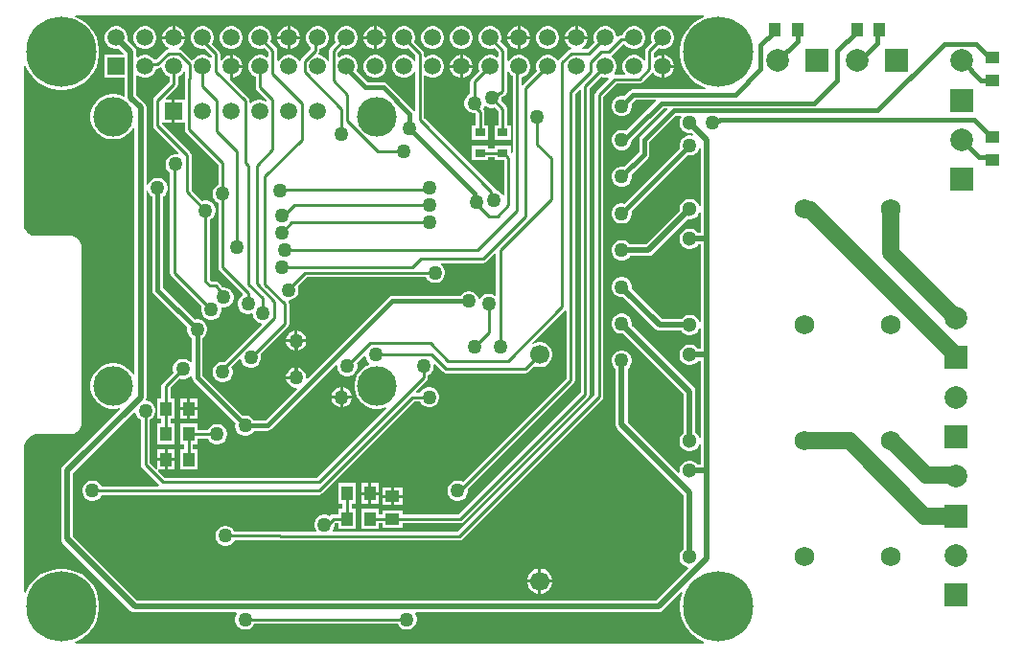
<source format=gbl>
G04*
G04 #@! TF.GenerationSoftware,Altium Limited,Altium Designer,21.7.1 (17)*
G04*
G04 Layer_Physical_Order=2*
G04 Layer_Color=16711680*
%FSLAX25Y25*%
%MOIN*%
G70*
G04*
G04 #@! TF.SameCoordinates,805F3405-D18D-4A14-B230-685FC2141578*
G04*
G04*
G04 #@! TF.FilePolarity,Positive*
G04*
G01*
G75*
%ADD10C,0.01000*%
%ADD18R,0.05118X0.03937*%
%ADD21R,0.03937X0.05118*%
%ADD56C,0.01500*%
%ADD57C,0.06000*%
%ADD58C,0.02000*%
%ADD59C,0.06693*%
%ADD60C,0.05906*%
%ADD61R,0.05906X0.05906*%
%ADD62C,0.13780*%
%ADD63R,0.05906X0.05906*%
%ADD64R,0.07874X0.07874*%
%ADD65C,0.07874*%
%ADD66R,0.07874X0.07874*%
%ADD67C,0.05118*%
%ADD68C,0.06890*%
%ADD69C,0.24410*%
%ADD70C,0.05000*%
%ADD71R,0.03740X0.03150*%
G36*
X237255Y218994D02*
X237057Y218930D01*
X235205Y217987D01*
X233524Y216765D01*
X232054Y215295D01*
X230832Y213614D01*
X229889Y211762D01*
X229246Y209785D01*
X228921Y207732D01*
Y205654D01*
X229246Y203601D01*
X229889Y201624D01*
X230832Y199772D01*
X232054Y198091D01*
X233524Y196621D01*
X235205Y195399D01*
X237057Y194456D01*
X237803Y194213D01*
X237723Y193713D01*
X212598D01*
X212598Y193713D01*
X211916Y193578D01*
X211337Y193191D01*
X209529Y191383D01*
X209122Y191492D01*
X208201D01*
X207311Y191254D01*
X206512Y190793D01*
X205861Y190141D01*
X205400Y189343D01*
X205161Y188453D01*
Y187531D01*
X205400Y186641D01*
X205861Y185843D01*
X206512Y185191D01*
X207311Y184731D01*
X208201Y184492D01*
X209122D01*
X210012Y184731D01*
X210810Y185191D01*
X211462Y185843D01*
X211923Y186641D01*
X212161Y187531D01*
Y188453D01*
X212052Y188860D01*
X213337Y190145D01*
X220396D01*
X220587Y189683D01*
X212321Y181417D01*
X212321Y181417D01*
X210224Y179320D01*
X210012Y179443D01*
X209122Y179681D01*
X208201D01*
X207311Y179443D01*
X206512Y178982D01*
X205861Y178330D01*
X205400Y177532D01*
X205161Y176642D01*
Y175720D01*
X205400Y174830D01*
X205861Y174032D01*
X206512Y173380D01*
X207311Y172920D01*
X208201Y172681D01*
X209122D01*
X210012Y172920D01*
X210810Y173380D01*
X211462Y174032D01*
X211923Y174830D01*
X212161Y175720D01*
Y176211D01*
X214844Y178894D01*
X214844Y178894D01*
X214844Y178894D01*
X223143Y187192D01*
X224370D01*
X224561Y186730D01*
X215274Y177443D01*
X214887Y176864D01*
X214751Y176181D01*
Y171999D01*
X209529Y166777D01*
X209122Y166886D01*
X208201D01*
X207311Y166647D01*
X206512Y166186D01*
X205861Y165535D01*
X205400Y164737D01*
X205161Y163847D01*
Y162925D01*
X205400Y162035D01*
X205861Y161237D01*
X206512Y160585D01*
X207311Y160124D01*
X208201Y159886D01*
X209122D01*
X210012Y160124D01*
X210810Y160585D01*
X211462Y161237D01*
X211923Y162035D01*
X212161Y162925D01*
Y163847D01*
X212052Y164253D01*
X217797Y169998D01*
X218184Y170577D01*
X218320Y171260D01*
Y175442D01*
X227489Y184611D01*
X229119D01*
X229343Y184111D01*
X228967Y183460D01*
X228724Y182555D01*
Y181618D01*
X228967Y180713D01*
X229435Y179901D01*
X230098Y179239D01*
X230910Y178770D01*
X231815Y178528D01*
X232752D01*
X232915Y178571D01*
X233443Y178043D01*
X233185Y177595D01*
X232744Y177713D01*
X231823D01*
X230932Y177474D01*
X230134Y177013D01*
X229483Y176362D01*
X229022Y175564D01*
X228783Y174673D01*
Y173752D01*
X228892Y173345D01*
X209529Y153981D01*
X209122Y154091D01*
X208201D01*
X207311Y153852D01*
X206512Y153391D01*
X205861Y152740D01*
X205400Y151942D01*
X205161Y151051D01*
Y150130D01*
X205400Y149240D01*
X205861Y148442D01*
X206512Y147790D01*
X207311Y147329D01*
X208201Y147091D01*
X209122D01*
X210012Y147329D01*
X210810Y147790D01*
X211462Y148442D01*
X211923Y149240D01*
X212161Y150130D01*
Y151051D01*
X212052Y151458D01*
X231416Y170822D01*
X231823Y170713D01*
X232744D01*
X233634Y170951D01*
X234433Y171412D01*
X235084Y172064D01*
X235545Y172862D01*
X235650Y173253D01*
X236150Y173187D01*
Y153340D01*
X235650Y153274D01*
X235600Y153460D01*
X235131Y154272D01*
X234469Y154935D01*
X233657Y155403D01*
X232752Y155646D01*
X231815D01*
X230910Y155403D01*
X230098Y154935D01*
X229435Y154272D01*
X228967Y153460D01*
X228724Y152555D01*
Y151618D01*
X228768Y151455D01*
X217147Y139834D01*
X211526D01*
X211462Y139944D01*
X210810Y140596D01*
X210012Y141057D01*
X209122Y141295D01*
X208201D01*
X207311Y141057D01*
X206512Y140596D01*
X205861Y139944D01*
X205400Y139146D01*
X205161Y138256D01*
Y137335D01*
X205400Y136444D01*
X205861Y135646D01*
X206512Y134995D01*
X207311Y134534D01*
X208201Y134295D01*
X209122D01*
X210012Y134534D01*
X210810Y134995D01*
X211462Y135646D01*
X211526Y135756D01*
X217992D01*
X218773Y135911D01*
X219434Y136353D01*
X231652Y148571D01*
X231815Y148528D01*
X232752D01*
X233657Y148770D01*
X234469Y149239D01*
X235131Y149901D01*
X235600Y150713D01*
X235650Y150899D01*
X236150Y150833D01*
Y143772D01*
X235216D01*
X235131Y143918D01*
X234469Y144580D01*
X233657Y145049D01*
X232752Y145291D01*
X231815D01*
X230910Y145049D01*
X230098Y144580D01*
X229435Y143918D01*
X228967Y143106D01*
X228724Y142201D01*
Y141264D01*
X228967Y140358D01*
X229435Y139547D01*
X230098Y138884D01*
X230910Y138416D01*
X231815Y138173D01*
X232752D01*
X233657Y138416D01*
X234469Y138884D01*
X235131Y139547D01*
X235216Y139693D01*
X236150D01*
Y112986D01*
X235650Y112920D01*
X235600Y113106D01*
X235131Y113918D01*
X234469Y114580D01*
X233657Y115049D01*
X232752Y115291D01*
X231815D01*
X230910Y115049D01*
X230098Y114580D01*
X229435Y113918D01*
X229351Y113771D01*
X222774D01*
X212129Y124417D01*
X212161Y124539D01*
Y125461D01*
X211923Y126351D01*
X211462Y127149D01*
X210810Y127801D01*
X210012Y128261D01*
X209122Y128500D01*
X208201D01*
X207311Y128261D01*
X206512Y127801D01*
X205861Y127149D01*
X205400Y126351D01*
X205161Y125461D01*
Y124539D01*
X205400Y123649D01*
X205861Y122851D01*
X206512Y122199D01*
X207311Y121739D01*
X208201Y121500D01*
X209122D01*
X209245Y121533D01*
X220487Y110290D01*
X221149Y109848D01*
X221929Y109693D01*
X229351D01*
X229435Y109547D01*
X230098Y108884D01*
X230910Y108416D01*
X231815Y108173D01*
X232752D01*
X233657Y108416D01*
X234469Y108884D01*
X235131Y109547D01*
X235600Y110359D01*
X235650Y110545D01*
X236150Y110479D01*
Y103417D01*
X235216D01*
X235131Y103563D01*
X234469Y104226D01*
X233657Y104694D01*
X232752Y104937D01*
X231815D01*
X230910Y104694D01*
X230098Y104226D01*
X229435Y103563D01*
X228967Y102752D01*
X228724Y101847D01*
Y100909D01*
X228967Y100004D01*
X229435Y99193D01*
X230098Y98530D01*
X230910Y98061D01*
X231815Y97819D01*
X232752D01*
X233657Y98061D01*
X234469Y98530D01*
X235131Y99193D01*
X235216Y99339D01*
X236150D01*
Y72632D01*
X235650Y72566D01*
X235600Y72752D01*
X235131Y73563D01*
X234469Y74226D01*
X234323Y74310D01*
Y88583D01*
X234167Y89363D01*
X233725Y90025D01*
X212129Y111621D01*
X212161Y111744D01*
Y112665D01*
X211923Y113556D01*
X211462Y114354D01*
X210810Y115005D01*
X210012Y115466D01*
X209122Y115705D01*
X208201D01*
X207311Y115466D01*
X206512Y115005D01*
X205861Y114354D01*
X205400Y113556D01*
X205161Y112665D01*
Y111744D01*
X205400Y110854D01*
X205861Y110056D01*
X206512Y109404D01*
X207311Y108943D01*
X208201Y108705D01*
X209122D01*
X209245Y108738D01*
X230244Y87738D01*
Y74310D01*
X230098Y74226D01*
X229435Y73563D01*
X228967Y72752D01*
X228724Y71846D01*
Y70909D01*
X228967Y70004D01*
X229435Y69193D01*
X230098Y68530D01*
X230910Y68061D01*
X231815Y67819D01*
X232752D01*
X233657Y68061D01*
X234469Y68530D01*
X235131Y69193D01*
X235600Y70004D01*
X235650Y70190D01*
X236150Y70124D01*
Y63063D01*
X235216D01*
X235131Y63209D01*
X234469Y63872D01*
X233657Y64340D01*
X232752Y64583D01*
X231815D01*
X230910Y64340D01*
X230098Y63872D01*
X229435Y63209D01*
X228967Y62397D01*
X228724Y61492D01*
Y60571D01*
X228685Y60535D01*
X228270Y60319D01*
X210701Y77888D01*
Y96545D01*
X210810Y96609D01*
X211462Y97260D01*
X211923Y98058D01*
X212161Y98949D01*
Y99870D01*
X211923Y100760D01*
X211462Y101558D01*
X210810Y102210D01*
X210012Y102671D01*
X209122Y102909D01*
X208201D01*
X207311Y102671D01*
X206512Y102210D01*
X205861Y101558D01*
X205400Y100760D01*
X205161Y99870D01*
Y98949D01*
X205400Y98058D01*
X205861Y97260D01*
X206512Y96609D01*
X206622Y96545D01*
Y77044D01*
X206778Y76263D01*
X207220Y75602D01*
X230244Y52577D01*
Y33956D01*
X230098Y33872D01*
X229435Y33209D01*
X228967Y32397D01*
X228724Y31492D01*
Y30555D01*
X228967Y29650D01*
X229435Y28838D01*
X230098Y28176D01*
X230910Y27707D01*
X231630Y27514D01*
X231823Y27000D01*
X220642Y15819D01*
X40215D01*
X17787Y38246D01*
Y60179D01*
X39075Y81466D01*
X39600Y81285D01*
X39783Y80605D01*
X40244Y79807D01*
X40895Y79155D01*
X41515Y78797D01*
Y63099D01*
X41631Y62514D01*
X41963Y62018D01*
X47817Y56163D01*
X47610Y55663D01*
X27765D01*
X27407Y56283D01*
X26755Y56935D01*
X25957Y57395D01*
X25067Y57634D01*
X24146D01*
X23255Y57395D01*
X22457Y56935D01*
X21806Y56283D01*
X21345Y55485D01*
X21106Y54595D01*
Y53673D01*
X21345Y52783D01*
X21806Y51985D01*
X22457Y51333D01*
X23255Y50872D01*
X24146Y50634D01*
X25067D01*
X25957Y50872D01*
X26755Y51333D01*
X27407Y51985D01*
X27765Y52605D01*
X103347D01*
X103932Y52721D01*
X104428Y53052D01*
X136460Y85085D01*
X138574D01*
X138932Y84465D01*
X139583Y83814D01*
X140381Y83353D01*
X141271Y83114D01*
X142193D01*
X143083Y83353D01*
X143881Y83814D01*
X144533Y84465D01*
X144994Y85263D01*
X145232Y86153D01*
Y87075D01*
X144994Y87965D01*
X144533Y88763D01*
X143881Y89415D01*
X143083Y89876D01*
X142193Y90114D01*
X141271D01*
X140381Y89876D01*
X139583Y89415D01*
X138932Y88763D01*
X138574Y88144D01*
X137220D01*
X137028Y88605D01*
X140782Y92360D01*
X141114Y92856D01*
X141230Y93441D01*
Y94246D01*
X141913Y94640D01*
X142564Y95292D01*
X143025Y96090D01*
X143264Y96980D01*
Y97902D01*
X143242Y97982D01*
X143691Y98241D01*
X146556Y95375D01*
X147053Y95044D01*
X147638Y94927D01*
X175197D01*
X175782Y95044D01*
X176278Y95375D01*
X178307Y97404D01*
X178440Y97328D01*
X179546Y97031D01*
X180690D01*
X181796Y97328D01*
X182787Y97900D01*
X183596Y98709D01*
X184168Y99700D01*
X184465Y100806D01*
Y101950D01*
X184168Y103056D01*
X183596Y104047D01*
X182787Y104856D01*
X181796Y105428D01*
X180690Y105724D01*
X179546D01*
X178440Y105428D01*
X177824Y105073D01*
X177517Y105473D01*
X188884Y116839D01*
X189384Y116632D01*
Y93122D01*
X153390Y57127D01*
X152926Y57395D01*
X152036Y57634D01*
X151114D01*
X150224Y57395D01*
X149426Y56935D01*
X148774Y56283D01*
X148313Y55485D01*
X148075Y54595D01*
Y53673D01*
X148313Y52783D01*
X148774Y51985D01*
X149426Y51333D01*
X150224Y50872D01*
X151114Y50634D01*
X152036D01*
X152926Y50872D01*
X153724Y51333D01*
X154376Y51985D01*
X154836Y52783D01*
X155075Y53673D01*
Y54487D01*
X191995Y91407D01*
X192326Y91903D01*
X192443Y92488D01*
Y192248D01*
X193875Y193680D01*
X194337Y193489D01*
Y88232D01*
X151926Y45821D01*
X132496D01*
Y47260D01*
X125378D01*
Y45821D01*
X124031D01*
Y47850D01*
X118095D01*
Y40732D01*
X124031D01*
Y42762D01*
X125378D01*
Y41323D01*
X132496D01*
Y42762D01*
X152559D01*
X153144Y42878D01*
X153640Y43210D01*
X196948Y86517D01*
X197279Y87013D01*
X197396Y87598D01*
Y194130D01*
X201352Y198087D01*
X202354Y197819D01*
X203394D01*
X203958Y197970D01*
X204217Y197522D01*
X199706Y193011D01*
X199374Y192514D01*
X199258Y191929D01*
Y87496D01*
X151614Y39852D01*
X108455D01*
X108219Y40352D01*
X108576Y40972D01*
X108815Y41862D01*
Y42578D01*
X108999Y42762D01*
X110221D01*
Y40732D01*
X116157D01*
Y47850D01*
X114718D01*
Y49591D01*
X116157D01*
Y56709D01*
X110221D01*
Y49591D01*
X111660D01*
Y47850D01*
X110221D01*
Y45821D01*
X108366D01*
X107781Y45704D01*
X107284Y45373D01*
X107192Y45281D01*
X106666Y45584D01*
X105776Y45823D01*
X104854D01*
X103964Y45584D01*
X103166Y45123D01*
X102514Y44472D01*
X102053Y43674D01*
X101815Y42784D01*
Y41862D01*
X102053Y40972D01*
X102411Y40352D01*
X102174Y39852D01*
X90128D01*
X89811Y39915D01*
X74025D01*
X73667Y40535D01*
X73015Y41186D01*
X72217Y41647D01*
X71327Y41886D01*
X70405D01*
X69515Y41647D01*
X68717Y41186D01*
X68065Y40535D01*
X67605Y39737D01*
X67366Y38847D01*
Y37925D01*
X67605Y37035D01*
X68065Y36237D01*
X68717Y35585D01*
X69515Y35124D01*
X70405Y34886D01*
X71327D01*
X72217Y35124D01*
X73015Y35585D01*
X73667Y36237D01*
X74025Y36856D01*
X89558D01*
X89874Y36793D01*
X152247D01*
X152833Y36910D01*
X153329Y37241D01*
X201869Y85781D01*
X202200Y86278D01*
X202317Y86863D01*
Y191296D01*
X206811Y195790D01*
X214718D01*
X215304Y195906D01*
X215800Y196237D01*
X219051Y199488D01*
X219676Y199406D01*
X219711Y199345D01*
X220447Y198609D01*
X221348Y198088D01*
X222354Y197819D01*
X222374D01*
Y201772D01*
Y205724D01*
X222354D01*
X221348Y205455D01*
X220447Y204935D01*
X220318Y204806D01*
X219856Y204997D01*
Y206591D01*
X221352Y208087D01*
X222354Y207819D01*
X223394D01*
X224400Y208088D01*
X225301Y208609D01*
X226037Y209345D01*
X226557Y210246D01*
X226827Y211251D01*
Y212292D01*
X226557Y213297D01*
X226037Y214199D01*
X225301Y214935D01*
X224400Y215455D01*
X223394Y215724D01*
X222354D01*
X221348Y215455D01*
X220447Y214935D01*
X219711Y214199D01*
X219191Y213297D01*
X218921Y212292D01*
Y211251D01*
X219190Y210250D01*
X217246Y208306D01*
X216914Y207810D01*
X216797Y207224D01*
Y203882D01*
X216298Y203748D01*
X216037Y204199D01*
X215301Y204935D01*
X214400Y205455D01*
X213394Y205724D01*
X212354D01*
X211348Y205455D01*
X210447Y204935D01*
X209711Y204199D01*
X209191Y203297D01*
X208921Y202292D01*
Y201251D01*
X209191Y200246D01*
X209711Y199345D01*
X209745Y199310D01*
X209554Y198848D01*
X206248D01*
X206122Y199016D01*
X206019Y199327D01*
X206037Y199345D01*
X206557Y200246D01*
X206827Y201251D01*
Y202292D01*
X206557Y203297D01*
X206037Y204199D01*
X205301Y204935D01*
X205099Y205051D01*
X205083Y205551D01*
X205174Y205611D01*
X209055Y209492D01*
X209626D01*
X209711Y209345D01*
X210447Y208609D01*
X211348Y208088D01*
X212354Y207819D01*
X213394D01*
X214400Y208088D01*
X215301Y208609D01*
X216037Y209345D01*
X216557Y210246D01*
X216827Y211251D01*
Y212292D01*
X216557Y213297D01*
X216037Y214199D01*
X215301Y214935D01*
X214400Y215455D01*
X213394Y215724D01*
X212354D01*
X211348Y215455D01*
X210447Y214935D01*
X209711Y214199D01*
X209191Y213297D01*
X208991Y212551D01*
X208421D01*
X207836Y212435D01*
X207340Y212103D01*
X207289Y212052D01*
X206827Y212243D01*
Y212292D01*
X206557Y213297D01*
X206037Y214199D01*
X205301Y214935D01*
X204400Y215455D01*
X203394Y215724D01*
X202354D01*
X201348Y215455D01*
X200447Y214935D01*
X199711Y214199D01*
X199191Y213297D01*
X198921Y212292D01*
Y211251D01*
X199189Y210250D01*
X196693Y207754D01*
X194820D01*
X194686Y208254D01*
X195301Y208609D01*
X196037Y209345D01*
X196557Y210246D01*
X196827Y211251D01*
Y211272D01*
X188921D01*
Y211251D01*
X189191Y210246D01*
X189711Y209345D01*
X190447Y208609D01*
X191062Y208254D01*
X191042Y207940D01*
X190954Y207739D01*
X190444Y207637D01*
X189948Y207306D01*
X186911Y204268D01*
X186730Y203998D01*
X186153Y203998D01*
X186037Y204199D01*
X185301Y204935D01*
X184400Y205455D01*
X183394Y205724D01*
X182354D01*
X181348Y205455D01*
X180447Y204935D01*
X179711Y204199D01*
X179191Y203297D01*
X178921Y202292D01*
Y201251D01*
X179190Y200250D01*
X174274Y195334D01*
X173774Y195541D01*
Y197921D01*
X174400Y198088D01*
X175301Y198609D01*
X176037Y199345D01*
X176557Y200246D01*
X176827Y201251D01*
Y202292D01*
X176557Y203297D01*
X176037Y204199D01*
X175301Y204935D01*
X174400Y205455D01*
X173394Y205724D01*
X172354D01*
X171348Y205455D01*
X170447Y204935D01*
X169711Y204199D01*
X169356Y203584D01*
X168856Y203718D01*
Y207319D01*
X168740Y207904D01*
X168408Y208400D01*
X166559Y210250D01*
X166827Y211251D01*
Y212292D01*
X166557Y213297D01*
X166037Y214199D01*
X165301Y214935D01*
X164400Y215455D01*
X163394Y215724D01*
X162354D01*
X161348Y215455D01*
X160447Y214935D01*
X159711Y214199D01*
X159191Y213297D01*
X158921Y212292D01*
Y211251D01*
X159191Y210246D01*
X159711Y209345D01*
X160447Y208609D01*
X161348Y208088D01*
X162354Y207819D01*
X163394D01*
X164396Y208087D01*
X165797Y206685D01*
Y205092D01*
X165335Y204900D01*
X165301Y204935D01*
X164400Y205455D01*
X163394Y205724D01*
X162354D01*
X161348Y205455D01*
X160447Y204935D01*
X159711Y204199D01*
X159191Y203297D01*
X158921Y202292D01*
Y201251D01*
X159189Y200250D01*
X156399Y197459D01*
X156067Y196963D01*
X155951Y196378D01*
Y192135D01*
X155331Y191777D01*
X154680Y191125D01*
X154219Y190327D01*
X153980Y189437D01*
Y188516D01*
X154219Y187625D01*
X154680Y186827D01*
X155331Y186176D01*
X156129Y185715D01*
X157019Y185476D01*
X157735D01*
X157919Y185292D01*
Y181315D01*
X156579D01*
Y176165D01*
X162319D01*
Y181315D01*
X160978D01*
Y185925D01*
X160862Y186511D01*
X160530Y187007D01*
X160438Y187099D01*
X160742Y187625D01*
X160803Y187856D01*
X161355Y187981D01*
X162035Y187589D01*
X162925Y187350D01*
X163847D01*
X164538Y187536D01*
X165793Y186280D01*
Y181315D01*
X164453D01*
Y176165D01*
X170193D01*
Y181315D01*
X168852D01*
Y186913D01*
X168736Y187499D01*
X168404Y187995D01*
X166701Y189699D01*
X166886Y190390D01*
Y191090D01*
X167205Y191153D01*
X167701Y191485D01*
X168408Y192192D01*
X168740Y192688D01*
X168856Y193273D01*
Y199825D01*
X169356Y199959D01*
X169711Y199345D01*
X170447Y198609D01*
X170715Y198454D01*
Y171708D01*
X170215Y171441D01*
X170192Y171456D01*
Y174228D01*
X164452D01*
Y173183D01*
X162318D01*
Y174228D01*
X156578D01*
Y169079D01*
X162318D01*
Y170124D01*
X164452D01*
Y169079D01*
X167734D01*
X167762Y169051D01*
Y156989D01*
X167684Y156933D01*
X167024Y157075D01*
X166836Y157401D01*
X166184Y158053D01*
X165386Y158513D01*
X164728Y158690D01*
X164683Y158917D01*
X164351Y159413D01*
X139951Y183814D01*
Y198452D01*
X140413Y198643D01*
X140447Y198609D01*
X141348Y198088D01*
X142354Y197819D01*
X143394D01*
X144400Y198088D01*
X145301Y198609D01*
X146037Y199345D01*
X146557Y200246D01*
X146827Y201251D01*
Y202292D01*
X146557Y203297D01*
X146037Y204199D01*
X145301Y204935D01*
X144400Y205455D01*
X143394Y205724D01*
X142354D01*
X141348Y205455D01*
X140447Y204935D01*
X140413Y204900D01*
X139951Y205092D01*
Y206224D01*
X139834Y206810D01*
X139503Y207306D01*
X136558Y210250D01*
X136827Y211251D01*
Y212292D01*
X136557Y213297D01*
X136037Y214199D01*
X135301Y214935D01*
X134400Y215455D01*
X133394Y215724D01*
X132354D01*
X131348Y215455D01*
X130447Y214935D01*
X129711Y214199D01*
X129191Y213297D01*
X128921Y212292D01*
Y211251D01*
X129191Y210246D01*
X129711Y209345D01*
X130447Y208609D01*
X131348Y208088D01*
X132354Y207819D01*
X133394D01*
X134396Y208087D01*
X136892Y205591D01*
Y203718D01*
X136392Y203584D01*
X136037Y204199D01*
X135301Y204935D01*
X134400Y205455D01*
X133394Y205724D01*
X132354D01*
X131348Y205455D01*
X130447Y204935D01*
X129711Y204199D01*
X129191Y203297D01*
X128921Y202292D01*
Y201251D01*
X129191Y200246D01*
X129711Y199345D01*
X130447Y198609D01*
X131348Y198088D01*
X132354Y197819D01*
X133394D01*
X134400Y198088D01*
X135301Y198609D01*
X136037Y199345D01*
X136392Y199959D01*
X136892Y199825D01*
Y186233D01*
X136392Y186081D01*
X136104Y186512D01*
X136104Y186512D01*
X126974Y195641D01*
X126396Y196028D01*
X125713Y196164D01*
X120336D01*
X116446Y200054D01*
X116557Y200246D01*
X116827Y201251D01*
Y202292D01*
X116557Y203297D01*
X116037Y204199D01*
X115301Y204935D01*
X114400Y205455D01*
X113394Y205724D01*
X112354D01*
X111348Y205455D01*
X110447Y204935D01*
X110413Y204900D01*
X109951Y205092D01*
Y206685D01*
X111352Y208087D01*
X112354Y207819D01*
X113394D01*
X114400Y208088D01*
X115301Y208609D01*
X116037Y209345D01*
X116557Y210246D01*
X116827Y211251D01*
Y212292D01*
X116557Y213297D01*
X116037Y214199D01*
X115301Y214935D01*
X114400Y215455D01*
X113394Y215724D01*
X112354D01*
X111348Y215455D01*
X110447Y214935D01*
X109711Y214199D01*
X109191Y213297D01*
X108921Y212292D01*
Y211251D01*
X109189Y210250D01*
X107340Y208400D01*
X107008Y207904D01*
X106892Y207319D01*
Y203718D01*
X106392Y203584D01*
X106037Y204199D01*
X105301Y204935D01*
X104400Y205455D01*
X103394Y205724D01*
X103346D01*
X103154Y206186D01*
X103206Y206237D01*
X103537Y206734D01*
X103654Y207319D01*
Y207888D01*
X104400Y208088D01*
X105301Y208609D01*
X106037Y209345D01*
X106557Y210246D01*
X106827Y211251D01*
Y212292D01*
X106557Y213297D01*
X106037Y214199D01*
X105301Y214935D01*
X104400Y215455D01*
X103394Y215724D01*
X102354D01*
X101348Y215455D01*
X100447Y214935D01*
X99711Y214199D01*
X99191Y213297D01*
X98921Y212292D01*
Y211251D01*
X99191Y210246D01*
X99711Y209345D01*
X100447Y208609D01*
X100595Y208523D01*
Y207952D01*
X97340Y204697D01*
X97008Y204201D01*
X96907Y203692D01*
X96706Y203604D01*
X96392Y203584D01*
X96037Y204199D01*
X95301Y204935D01*
X94400Y205455D01*
X93394Y205724D01*
X92354D01*
X91348Y205455D01*
X90447Y204935D01*
X89711Y204199D01*
X89356Y203584D01*
X88856Y203718D01*
Y207319D01*
X88740Y207904D01*
X88408Y208400D01*
X86559Y210250D01*
X86827Y211251D01*
Y212292D01*
X86557Y213297D01*
X86037Y214199D01*
X85301Y214935D01*
X84400Y215455D01*
X83394Y215724D01*
X82354D01*
X81348Y215455D01*
X80447Y214935D01*
X79711Y214199D01*
X79191Y213297D01*
X78921Y212292D01*
Y211251D01*
X79191Y210246D01*
X79711Y209345D01*
X80447Y208609D01*
X81348Y208088D01*
X82354Y207819D01*
X83394D01*
X84396Y208087D01*
X85797Y206685D01*
Y205092D01*
X85335Y204900D01*
X85301Y204935D01*
X84400Y205455D01*
X83394Y205724D01*
X82354D01*
X81348Y205455D01*
X80447Y204935D01*
X79711Y204199D01*
X79191Y203297D01*
X78921Y202292D01*
Y201251D01*
X79191Y200246D01*
X79711Y199345D01*
X80447Y198609D01*
X81345Y198090D01*
Y194578D01*
X81461Y193992D01*
X81793Y193496D01*
X85345Y189943D01*
X85332Y189875D01*
X84772Y189621D01*
X84282Y189904D01*
X83276Y190173D01*
X82236D01*
X81230Y189904D01*
X80329Y189383D01*
X79785Y188840D01*
X79285Y189047D01*
Y189718D01*
X79169Y190303D01*
X78837Y190800D01*
X72293Y197344D01*
X72374Y197510D01*
Y201772D01*
Y205724D01*
X72354D01*
X71348Y205455D01*
X70447Y204935D01*
X69711Y204199D01*
X69602Y204010D01*
X69102Y204144D01*
Y206049D01*
X68986Y206635D01*
X68654Y207131D01*
X66185Y209600D01*
X66557Y210246D01*
X66827Y211251D01*
Y212292D01*
X66557Y213297D01*
X66037Y214199D01*
X65301Y214935D01*
X64400Y215455D01*
X63394Y215724D01*
X62354D01*
X61348Y215455D01*
X60447Y214935D01*
X59711Y214199D01*
X59191Y213297D01*
X58921Y212292D01*
Y211251D01*
X59191Y210246D01*
X59711Y209345D01*
X60447Y208609D01*
X61348Y208088D01*
X62354Y207819D01*
X63394D01*
X63588Y207871D01*
X66043Y205416D01*
Y204900D01*
X65543Y204692D01*
X65301Y204935D01*
X64400Y205455D01*
X63394Y205724D01*
X62354D01*
X61348Y205455D01*
X60447Y204935D01*
X59711Y204199D01*
X59622Y204045D01*
X59126Y203979D01*
X55800Y207306D01*
X55304Y207637D01*
X54794Y207739D01*
X54707Y207940D01*
X54686Y208254D01*
X55301Y208609D01*
X56037Y209345D01*
X56557Y210246D01*
X56827Y211251D01*
Y211272D01*
X48921D01*
Y211251D01*
X49191Y210246D01*
X49711Y209345D01*
X50447Y208609D01*
X51062Y208254D01*
X51042Y207940D01*
X50954Y207739D01*
X50444Y207637D01*
X49948Y207306D01*
X46693Y204051D01*
X46122D01*
X46037Y204199D01*
X45301Y204935D01*
X44400Y205455D01*
X43394Y205724D01*
X42354D01*
X41348Y205455D01*
X40447Y204935D01*
X40422Y204910D01*
X39960Y205101D01*
Y206724D01*
X39960Y206724D01*
X39805Y207505D01*
X39363Y208166D01*
X39363Y208166D01*
X36711Y210819D01*
X36827Y211251D01*
Y212292D01*
X36557Y213297D01*
X36037Y214199D01*
X35301Y214935D01*
X34400Y215455D01*
X33394Y215724D01*
X32354D01*
X31348Y215455D01*
X30447Y214935D01*
X29711Y214199D01*
X29191Y213297D01*
X28921Y212292D01*
Y211251D01*
X29191Y210246D01*
X29711Y209345D01*
X30447Y208609D01*
X31348Y208088D01*
X32354Y207819D01*
X33394D01*
X33827Y207935D01*
X35537Y206224D01*
X35330Y205724D01*
X28921D01*
Y197819D01*
X35882D01*
Y191642D01*
X35382Y191345D01*
X34191Y191839D01*
X32667Y192142D01*
X31113D01*
X29588Y191839D01*
X28153Y191244D01*
X26860Y190380D01*
X25761Y189281D01*
X24898Y187989D01*
X24303Y186553D01*
X24000Y185029D01*
Y183475D01*
X24303Y181951D01*
X24898Y180515D01*
X25761Y179223D01*
X26860Y178124D01*
X28153Y177260D01*
X29588Y176665D01*
X31113Y176362D01*
X32667D01*
X34191Y176665D01*
X35627Y177260D01*
X36919Y178124D01*
X38018Y179223D01*
X38799Y180392D01*
X39299Y180247D01*
Y94556D01*
X38799Y94411D01*
X38018Y95581D01*
X36919Y96680D01*
X35627Y97543D01*
X34191Y98138D01*
X32667Y98441D01*
X31113D01*
X29588Y98138D01*
X28153Y97543D01*
X26860Y96680D01*
X25761Y95581D01*
X24898Y94288D01*
X24303Y92852D01*
X24000Y91328D01*
Y89774D01*
X24303Y88250D01*
X24898Y86814D01*
X25761Y85522D01*
X26860Y84423D01*
X28153Y83559D01*
X29588Y82965D01*
X31113Y82661D01*
X32667D01*
X34075Y82942D01*
X34367Y82527D01*
X14306Y62466D01*
X13864Y61804D01*
X13709Y61024D01*
Y37402D01*
X13864Y36621D01*
X14306Y35960D01*
X37928Y12338D01*
X38590Y11896D01*
X39370Y11740D01*
X74603D01*
X74847Y11240D01*
X74494Y10631D01*
X74256Y9740D01*
Y8819D01*
X74494Y7929D01*
X74955Y7130D01*
X75607Y6479D01*
X76405Y6018D01*
X77295Y5779D01*
X78217D01*
X79107Y6018D01*
X79905Y6479D01*
X80557Y7130D01*
X80914Y7750D01*
X130700D01*
X131058Y7130D01*
X131709Y6479D01*
X132507Y6018D01*
X133397Y5779D01*
X134319D01*
X135209Y6018D01*
X136007Y6479D01*
X136659Y7130D01*
X137120Y7929D01*
X137358Y8819D01*
Y9740D01*
X137120Y10631D01*
X136768Y11240D01*
X137012Y11740D01*
X221487D01*
X222267Y11896D01*
X222929Y12338D01*
X229326Y18735D01*
X229765Y18466D01*
X229246Y16872D01*
X228921Y14819D01*
Y12740D01*
X229246Y10687D01*
X229889Y8711D01*
X230832Y6859D01*
X232054Y5177D01*
X233524Y3708D01*
X235205Y2486D01*
X237057Y1542D01*
X237255Y1478D01*
X237176Y984D01*
X18729Y984D01*
X18651Y1478D01*
X18848Y1542D01*
X20700Y2486D01*
X22382Y3708D01*
X23852Y5177D01*
X25073Y6859D01*
X26017Y8711D01*
X26659Y10687D01*
X26984Y12740D01*
Y14819D01*
X26659Y16872D01*
X26017Y18848D01*
X25073Y20700D01*
X23852Y22382D01*
X22382Y23852D01*
X20700Y25073D01*
X18848Y26017D01*
X16872Y26659D01*
X14819Y26984D01*
X12740D01*
X10687Y26659D01*
X8711Y26017D01*
X6859Y25073D01*
X5177Y23852D01*
X3708Y22382D01*
X2486Y20700D01*
X1542Y18848D01*
X1478Y18651D01*
X984Y18729D01*
X984Y69882D01*
X984D01*
Y69882D01*
X1177Y70588D01*
X1912Y71855D01*
X2948Y72891D01*
X4215Y73626D01*
X4921Y73819D01*
X17234Y73819D01*
X17236Y73819D01*
X17717Y73819D01*
X17717Y73819D01*
X18262Y73942D01*
X19259Y74441D01*
X20048Y75229D01*
X20546Y76226D01*
X20669Y76772D01*
X20669Y139764D01*
X20669D01*
X20669Y139764D01*
X20546Y140309D01*
X20047Y141306D01*
X19259Y142095D01*
X18262Y142593D01*
X17717Y142717D01*
X3937Y142717D01*
X3937Y142717D01*
X3407Y142861D01*
X2457Y143412D01*
X1680Y144189D01*
X1129Y145139D01*
X984Y145669D01*
X984Y201743D01*
X1478Y201821D01*
X1542Y201624D01*
X2486Y199772D01*
X3708Y198091D01*
X5177Y196621D01*
X6859Y195399D01*
X8711Y194456D01*
X10687Y193813D01*
X12740Y193488D01*
X14819D01*
X16872Y193813D01*
X18848Y194456D01*
X20700Y195399D01*
X22382Y196621D01*
X23852Y198091D01*
X25073Y199772D01*
X26017Y201624D01*
X26659Y203601D01*
X26984Y205654D01*
Y207732D01*
X26659Y209785D01*
X26017Y211762D01*
X25073Y213614D01*
X23852Y215295D01*
X22382Y216765D01*
X20700Y217987D01*
X18848Y218930D01*
X18651Y218994D01*
X18729Y219488D01*
X237176Y219488D01*
X237255Y218994D01*
D02*
G37*
G36*
X48921Y201300D02*
Y201251D01*
X49191Y200246D01*
X49711Y199345D01*
X50447Y198609D01*
X51345Y198090D01*
Y196224D01*
X46163Y191042D01*
X45831Y190546D01*
X45715Y189961D01*
Y181102D01*
X45831Y180517D01*
X46163Y180021D01*
X54657Y171526D01*
X54398Y171078D01*
X53978Y171191D01*
X53057D01*
X52166Y170952D01*
X51368Y170491D01*
X50717Y169840D01*
X50256Y169042D01*
X50017Y168151D01*
Y167230D01*
X50256Y166340D01*
X50717Y165542D01*
X51368Y164890D01*
X51620Y164744D01*
Y129921D01*
X51737Y129336D01*
X52068Y128840D01*
X62630Y118278D01*
X62445Y117587D01*
Y116665D01*
X62683Y115775D01*
X63144Y114977D01*
X63796Y114325D01*
X64594Y113865D01*
X65484Y113626D01*
X66406D01*
X67296Y113865D01*
X68094Y114325D01*
X68746Y114977D01*
X69206Y115775D01*
X69445Y116665D01*
Y117427D01*
X69617Y117696D01*
X69887Y117869D01*
X70648D01*
X71539Y118107D01*
X72337Y118568D01*
X72988Y119220D01*
X73449Y120018D01*
X73687Y120908D01*
Y121829D01*
X73449Y122720D01*
X72988Y123518D01*
X72337Y124169D01*
X71539Y124630D01*
X70648Y124869D01*
X69933D01*
X69594Y125207D01*
X69559Y125382D01*
X69228Y125878D01*
X68642Y126464D01*
X68146Y126796D01*
X67560Y126912D01*
X66196D01*
X65506Y127602D01*
Y148416D01*
X66125Y148774D01*
X66777Y149426D01*
X67238Y150224D01*
X67476Y151114D01*
Y152036D01*
X67238Y152926D01*
X66777Y153724D01*
X66125Y154376D01*
X65327Y154836D01*
X64437Y155075D01*
X63516D01*
X62824Y154890D01*
X59047Y158667D01*
Y170829D01*
X58930Y171414D01*
X58599Y171911D01*
X48774Y181736D01*
Y181780D01*
X48803Y182268D01*
X52256D01*
Y186221D01*
Y190173D01*
X50273D01*
X50081Y190635D01*
X53956Y194509D01*
X54287Y195005D01*
X54403Y195591D01*
Y198090D01*
X55301Y198609D01*
X56037Y199345D01*
X56334Y199859D01*
X56834Y199725D01*
Y197784D01*
X56774Y197482D01*
Y190646D01*
X56709Y190173D01*
X53256D01*
Y186221D01*
Y182268D01*
X56709D01*
X56774Y181795D01*
Y179886D01*
X56890Y179300D01*
X57222Y178804D01*
X68353Y167674D01*
Y160639D01*
X67733Y160281D01*
X67081Y159629D01*
X66620Y158831D01*
X66382Y157941D01*
Y157019D01*
X66620Y156129D01*
X67081Y155331D01*
X67733Y154680D01*
X68353Y154322D01*
Y131890D01*
X68469Y131305D01*
X68800Y130808D01*
X76960Y122649D01*
X76877Y122024D01*
X76654Y121895D01*
X76002Y121244D01*
X75542Y120445D01*
X75303Y119555D01*
Y118634D01*
X75542Y117744D01*
X76002Y116945D01*
X76654Y116294D01*
X77452Y115833D01*
X78342Y115594D01*
X79264D01*
X79850Y115752D01*
X80350Y115401D01*
Y115389D01*
X80589Y114499D01*
X81050Y113701D01*
X81701Y113049D01*
X82499Y112589D01*
X83204Y112400D01*
X83396Y111885D01*
X70454Y98943D01*
X70343Y98972D01*
X69421D01*
X68531Y98734D01*
X67733Y98273D01*
X67081Y97622D01*
X66620Y96823D01*
X66382Y95933D01*
Y95012D01*
X66620Y94121D01*
X67081Y93323D01*
X67733Y92672D01*
X68531Y92211D01*
X69421Y91972D01*
X70343D01*
X71233Y92211D01*
X72031Y92672D01*
X72683Y93323D01*
X73143Y94121D01*
X73382Y95012D01*
Y95933D01*
X73143Y96823D01*
X72966Y97130D01*
X75757Y99920D01*
X76278Y99734D01*
X76463Y99043D01*
X76924Y98245D01*
X77575Y97593D01*
X78373Y97132D01*
X79264Y96894D01*
X80185D01*
X81075Y97132D01*
X81874Y97593D01*
X82525Y98245D01*
X82986Y99043D01*
X83224Y99933D01*
Y100855D01*
X83039Y101546D01*
X92617Y111123D01*
X92948Y111619D01*
X93065Y112205D01*
Y119095D01*
X92948Y119680D01*
X92763Y119957D01*
X93028Y120457D01*
X93288D01*
X94178Y120696D01*
X94976Y121156D01*
X95628Y121808D01*
X96088Y122606D01*
X96327Y123496D01*
Y124418D01*
X96088Y125308D01*
X96088Y125309D01*
X99172Y128392D01*
X140542D01*
X140900Y127772D01*
X141552Y127121D01*
X142350Y126660D01*
X143240Y126421D01*
X144162D01*
X145052Y126660D01*
X145850Y127121D01*
X146502Y127772D01*
X146962Y128570D01*
X147201Y129461D01*
Y130382D01*
X146962Y131272D01*
X146502Y132070D01*
X145850Y132722D01*
X145692Y132813D01*
X145826Y133313D01*
X160433D01*
X161018Y133430D01*
X161514Y133761D01*
X164410Y136657D01*
X164872Y136466D01*
Y122235D01*
X164372Y121998D01*
X163752Y122356D01*
X162862Y122594D01*
X161941D01*
X161051Y122356D01*
X160252Y121895D01*
X159601Y121244D01*
X159423Y120936D01*
X158887Y121007D01*
X158773Y121430D01*
X158312Y122228D01*
X157661Y122879D01*
X156863Y123340D01*
X155973Y123579D01*
X155051D01*
X154161Y123340D01*
X153363Y122879D01*
X152711Y122228D01*
X152500Y121863D01*
X128937D01*
X128937Y121863D01*
X128254Y121727D01*
X127675Y121340D01*
X99472Y93138D01*
X98972Y93345D01*
Y93965D01*
X98734Y94855D01*
X98273Y95653D01*
X97622Y96305D01*
X96823Y96765D01*
X95972Y96993D01*
Y93504D01*
X95472D01*
Y93004D01*
X91983D01*
X92211Y92153D01*
X92672Y91355D01*
X93323Y90703D01*
X94121Y90242D01*
X95012Y90004D01*
X95632D01*
X95839Y89504D01*
X84891Y78556D01*
X80767D01*
X80557Y78921D01*
X79905Y79572D01*
X79107Y80033D01*
X78217Y80272D01*
X77295D01*
X76888Y80163D01*
X62808Y94243D01*
Y107225D01*
X63173Y107436D01*
X63824Y108087D01*
X64285Y108885D01*
X64524Y109775D01*
Y110697D01*
X64285Y111587D01*
X63824Y112385D01*
X63173Y113037D01*
X62375Y113498D01*
X61484Y113736D01*
X60563D01*
X60156Y113627D01*
X49028Y124755D01*
Y156438D01*
X49393Y156648D01*
X50045Y157300D01*
X50506Y158098D01*
X50744Y158988D01*
Y159910D01*
X50506Y160800D01*
X50045Y161598D01*
X49393Y162250D01*
X48595Y162710D01*
X47705Y162949D01*
X46783D01*
X45893Y162710D01*
X45095Y162250D01*
X44443Y161598D01*
X43983Y160800D01*
X43878Y160408D01*
X43378Y160474D01*
Y187375D01*
X43222Y188155D01*
X42781Y188817D01*
X39960Y191637D01*
Y198442D01*
X40422Y198633D01*
X40447Y198609D01*
X41348Y198088D01*
X42354Y197819D01*
X43394D01*
X44400Y198088D01*
X45301Y198609D01*
X46037Y199345D01*
X46557Y200246D01*
X46757Y200992D01*
X47327D01*
X47912Y201109D01*
X48408Y201440D01*
X48459Y201491D01*
X48921Y201300D01*
D02*
G37*
G36*
X43983Y158098D02*
X44443Y157300D01*
X45095Y156648D01*
X45460Y156438D01*
Y124016D01*
X45596Y123333D01*
X45982Y122754D01*
X57633Y111104D01*
X57524Y110697D01*
Y109775D01*
X57762Y108885D01*
X58223Y108087D01*
X58875Y107436D01*
X59239Y107225D01*
Y98977D01*
X58739Y98769D01*
X58251Y99257D01*
X57453Y99718D01*
X56563Y99957D01*
X55642D01*
X54751Y99718D01*
X53953Y99257D01*
X53302Y98606D01*
X52841Y97808D01*
X52602Y96917D01*
Y95996D01*
X52788Y95305D01*
X49115Y91633D01*
X48784Y91136D01*
X48667Y90551D01*
Y86236D01*
X47228D01*
Y79118D01*
X48667D01*
Y77378D01*
X47228D01*
Y70260D01*
X53165D01*
Y77378D01*
X51726D01*
Y79118D01*
X53165D01*
Y86236D01*
X51726D01*
Y89918D01*
X54950Y93142D01*
X55642Y92957D01*
X56563D01*
X57453Y93195D01*
X58251Y93656D01*
X58739Y94144D01*
X59239Y93937D01*
Y93504D01*
X59375Y92821D01*
X59762Y92242D01*
X74365Y77639D01*
X74256Y77232D01*
Y76311D01*
X74494Y75421D01*
X74955Y74623D01*
X75607Y73971D01*
X76405Y73510D01*
X77295Y73272D01*
X78217D01*
X79107Y73510D01*
X79905Y73971D01*
X80557Y74623D01*
X80767Y74987D01*
X85630D01*
X86313Y75123D01*
X86892Y75510D01*
X109189Y97807D01*
X109689Y97600D01*
Y96980D01*
X109927Y96090D01*
X110388Y95292D01*
X111040Y94640D01*
X111838Y94179D01*
X112728Y93941D01*
X113650D01*
X114540Y94179D01*
X115338Y94640D01*
X115990Y95292D01*
X116451Y96090D01*
X116689Y96980D01*
Y97902D01*
X116504Y98593D01*
X119070Y101159D01*
X119532Y100967D01*
Y100917D01*
X119770Y100027D01*
X120231Y99229D01*
X120882Y98577D01*
X120963Y98531D01*
X120926Y97974D01*
X119885Y97543D01*
X118593Y96680D01*
X117494Y95581D01*
X116630Y94288D01*
X116035Y92852D01*
X115732Y91328D01*
Y89774D01*
X116035Y88250D01*
X116630Y86814D01*
X117494Y85522D01*
X118593Y84423D01*
X119885Y83559D01*
X121321Y82965D01*
X122845Y82661D01*
X124399D01*
X125923Y82965D01*
X126659Y83269D01*
X126943Y82845D01*
X102713Y58616D01*
X49690D01*
X47405Y60902D01*
X47612Y61402D01*
X49697D01*
Y64461D01*
X47228D01*
Y61785D01*
X46728Y61578D01*
X44574Y63733D01*
Y78797D01*
X45193Y79155D01*
X45845Y79807D01*
X46306Y80605D01*
X46544Y81495D01*
Y82417D01*
X46306Y83307D01*
X45845Y84105D01*
X45193Y84756D01*
X44395Y85217D01*
X43561Y85441D01*
X43440Y85581D01*
X43247Y85956D01*
X43378Y86614D01*
Y158423D01*
X43878Y158489D01*
X43983Y158098D01*
D02*
G37*
%LPC*%
G36*
X193394Y215724D02*
X193374D01*
Y212272D01*
X196827D01*
Y212292D01*
X196557Y213297D01*
X196037Y214199D01*
X195301Y214935D01*
X194400Y215455D01*
X193394Y215724D01*
D02*
G37*
G36*
X192374D02*
X192354D01*
X191348Y215455D01*
X190447Y214935D01*
X189711Y214199D01*
X189191Y213297D01*
X188921Y212292D01*
Y212272D01*
X192374D01*
Y215724D01*
D02*
G37*
G36*
X173394D02*
X173374D01*
Y212272D01*
X176827D01*
Y212292D01*
X176557Y213297D01*
X176037Y214199D01*
X175301Y214935D01*
X174400Y215455D01*
X173394Y215724D01*
D02*
G37*
G36*
X172374D02*
X172354D01*
X171348Y215455D01*
X170447Y214935D01*
X169711Y214199D01*
X169191Y213297D01*
X168921Y212292D01*
Y212272D01*
X172374D01*
Y215724D01*
D02*
G37*
G36*
X123394D02*
X123374D01*
Y212272D01*
X126827D01*
Y212292D01*
X126557Y213297D01*
X126037Y214199D01*
X125301Y214935D01*
X124400Y215455D01*
X123394Y215724D01*
D02*
G37*
G36*
X122374D02*
X122354D01*
X121348Y215455D01*
X120447Y214935D01*
X119711Y214199D01*
X119191Y213297D01*
X118921Y212292D01*
Y212272D01*
X122374D01*
Y215724D01*
D02*
G37*
G36*
X93394D02*
X93374D01*
Y212272D01*
X96827D01*
Y212292D01*
X96557Y213297D01*
X96037Y214199D01*
X95301Y214935D01*
X94400Y215455D01*
X93394Y215724D01*
D02*
G37*
G36*
X92374D02*
X92354D01*
X91348Y215455D01*
X90447Y214935D01*
X89711Y214199D01*
X89191Y213297D01*
X88921Y212292D01*
Y212272D01*
X92374D01*
Y215724D01*
D02*
G37*
G36*
X53394D02*
X53374D01*
Y212272D01*
X56827D01*
Y212292D01*
X56557Y213297D01*
X56037Y214199D01*
X55301Y214935D01*
X54400Y215455D01*
X53394Y215724D01*
D02*
G37*
G36*
X52374D02*
X52354D01*
X51348Y215455D01*
X50447Y214935D01*
X49711Y214199D01*
X49191Y213297D01*
X48921Y212292D01*
Y212272D01*
X52374D01*
Y215724D01*
D02*
G37*
G36*
X183394D02*
X182354D01*
X181348Y215455D01*
X180447Y214935D01*
X179711Y214199D01*
X179191Y213297D01*
X178921Y212292D01*
Y211251D01*
X179191Y210246D01*
X179711Y209345D01*
X180447Y208609D01*
X181348Y208088D01*
X182354Y207819D01*
X183394D01*
X184400Y208088D01*
X185301Y208609D01*
X186037Y209345D01*
X186557Y210246D01*
X186827Y211251D01*
Y212292D01*
X186557Y213297D01*
X186037Y214199D01*
X185301Y214935D01*
X184400Y215455D01*
X183394Y215724D01*
D02*
G37*
G36*
X176827Y211272D02*
X173374D01*
Y207819D01*
X173394D01*
X174400Y208088D01*
X175301Y208609D01*
X176037Y209345D01*
X176557Y210246D01*
X176827Y211251D01*
Y211272D01*
D02*
G37*
G36*
X172374D02*
X168921D01*
Y211251D01*
X169191Y210246D01*
X169711Y209345D01*
X170447Y208609D01*
X171348Y208088D01*
X172354Y207819D01*
X172374D01*
Y211272D01*
D02*
G37*
G36*
X153394Y215724D02*
X152354D01*
X151348Y215455D01*
X150447Y214935D01*
X149711Y214199D01*
X149191Y213297D01*
X148921Y212292D01*
Y211251D01*
X149191Y210246D01*
X149711Y209345D01*
X150447Y208609D01*
X151348Y208088D01*
X152354Y207819D01*
X153394D01*
X154400Y208088D01*
X155301Y208609D01*
X156037Y209345D01*
X156557Y210246D01*
X156827Y211251D01*
Y212292D01*
X156557Y213297D01*
X156037Y214199D01*
X155301Y214935D01*
X154400Y215455D01*
X153394Y215724D01*
D02*
G37*
G36*
X143394D02*
X142354D01*
X141348Y215455D01*
X140447Y214935D01*
X139711Y214199D01*
X139191Y213297D01*
X138921Y212292D01*
Y211251D01*
X139191Y210246D01*
X139711Y209345D01*
X140447Y208609D01*
X141348Y208088D01*
X142354Y207819D01*
X143394D01*
X144400Y208088D01*
X145301Y208609D01*
X146037Y209345D01*
X146557Y210246D01*
X146827Y211251D01*
Y212292D01*
X146557Y213297D01*
X146037Y214199D01*
X145301Y214935D01*
X144400Y215455D01*
X143394Y215724D01*
D02*
G37*
G36*
X126827Y211272D02*
X123374D01*
Y207819D01*
X123394D01*
X124400Y208088D01*
X125301Y208609D01*
X126037Y209345D01*
X126557Y210246D01*
X126827Y211251D01*
Y211272D01*
D02*
G37*
G36*
X122374D02*
X118921D01*
Y211251D01*
X119191Y210246D01*
X119711Y209345D01*
X120447Y208609D01*
X121348Y208088D01*
X122354Y207819D01*
X122374D01*
Y211272D01*
D02*
G37*
G36*
X96827D02*
X93374D01*
Y207819D01*
X93394D01*
X94400Y208088D01*
X95301Y208609D01*
X96037Y209345D01*
X96557Y210246D01*
X96827Y211251D01*
Y211272D01*
D02*
G37*
G36*
X92374D02*
X88921D01*
Y211251D01*
X89191Y210246D01*
X89711Y209345D01*
X90447Y208609D01*
X91348Y208088D01*
X92354Y207819D01*
X92374D01*
Y211272D01*
D02*
G37*
G36*
X73394Y215724D02*
X72354D01*
X71348Y215455D01*
X70447Y214935D01*
X69711Y214199D01*
X69191Y213297D01*
X68921Y212292D01*
Y211251D01*
X69191Y210246D01*
X69711Y209345D01*
X70447Y208609D01*
X71348Y208088D01*
X72354Y207819D01*
X73394D01*
X74400Y208088D01*
X75301Y208609D01*
X76037Y209345D01*
X76557Y210246D01*
X76827Y211251D01*
Y212292D01*
X76557Y213297D01*
X76037Y214199D01*
X75301Y214935D01*
X74400Y215455D01*
X73394Y215724D01*
D02*
G37*
G36*
X43394D02*
X42354D01*
X41348Y215455D01*
X40447Y214935D01*
X39711Y214199D01*
X39191Y213297D01*
X38921Y212292D01*
Y211251D01*
X39191Y210246D01*
X39711Y209345D01*
X40447Y208609D01*
X41348Y208088D01*
X42354Y207819D01*
X43394D01*
X44400Y208088D01*
X45301Y208609D01*
X46037Y209345D01*
X46557Y210246D01*
X46827Y211251D01*
Y212292D01*
X46557Y213297D01*
X46037Y214199D01*
X45301Y214935D01*
X44400Y215455D01*
X43394Y215724D01*
D02*
G37*
G36*
X223394Y205724D02*
X223374D01*
Y202272D01*
X226827D01*
Y202292D01*
X226557Y203297D01*
X226037Y204199D01*
X225301Y204935D01*
X224400Y205455D01*
X223394Y205724D01*
D02*
G37*
G36*
X153394D02*
X153374D01*
Y202272D01*
X156827D01*
Y202292D01*
X156557Y203297D01*
X156037Y204199D01*
X155301Y204935D01*
X154400Y205455D01*
X153394Y205724D01*
D02*
G37*
G36*
X152374D02*
X152354D01*
X151348Y205455D01*
X150447Y204935D01*
X149711Y204199D01*
X149191Y203297D01*
X148921Y202292D01*
Y202272D01*
X152374D01*
Y205724D01*
D02*
G37*
G36*
X73394D02*
X73374D01*
Y202272D01*
X76827D01*
Y202292D01*
X76557Y203297D01*
X76037Y204199D01*
X75301Y204935D01*
X74400Y205455D01*
X73394Y205724D01*
D02*
G37*
G36*
X226827Y201272D02*
X223374D01*
Y197819D01*
X223394D01*
X224400Y198088D01*
X225301Y198609D01*
X226037Y199345D01*
X226557Y200246D01*
X226827Y201251D01*
Y201272D01*
D02*
G37*
G36*
X156827D02*
X153374D01*
Y197819D01*
X153394D01*
X154400Y198088D01*
X155301Y198609D01*
X156037Y199345D01*
X156557Y200246D01*
X156827Y201251D01*
Y201272D01*
D02*
G37*
G36*
X152374D02*
X148921D01*
Y201251D01*
X149191Y200246D01*
X149711Y199345D01*
X150447Y198609D01*
X151348Y198088D01*
X152354Y197819D01*
X152374D01*
Y201272D01*
D02*
G37*
G36*
X123394Y205724D02*
X122354D01*
X121348Y205455D01*
X120447Y204935D01*
X119711Y204199D01*
X119191Y203297D01*
X118921Y202292D01*
Y201251D01*
X119191Y200246D01*
X119711Y199345D01*
X120447Y198609D01*
X121348Y198088D01*
X122354Y197819D01*
X123394D01*
X124400Y198088D01*
X125301Y198609D01*
X126037Y199345D01*
X126557Y200246D01*
X126827Y201251D01*
Y202292D01*
X126557Y203297D01*
X126037Y204199D01*
X125301Y204935D01*
X124400Y205455D01*
X123394Y205724D01*
D02*
G37*
G36*
X76827Y201272D02*
X73374D01*
Y197819D01*
X73394D01*
X74400Y198088D01*
X75301Y198609D01*
X76037Y199345D01*
X76557Y200246D01*
X76827Y201251D01*
Y201272D01*
D02*
G37*
G36*
X124031Y56709D02*
X121563D01*
Y53650D01*
X124031D01*
Y56709D01*
D02*
G37*
G36*
X120563D02*
X118095D01*
Y53650D01*
X120563D01*
Y56709D01*
D02*
G37*
G36*
X132496Y55134D02*
X129437D01*
Y52665D01*
X132496D01*
Y55134D01*
D02*
G37*
G36*
X128437D02*
X125378D01*
Y52665D01*
X128437D01*
Y55134D01*
D02*
G37*
G36*
X124031Y52650D02*
X121563D01*
Y49591D01*
X124031D01*
Y52650D01*
D02*
G37*
G36*
X120563D02*
X118095D01*
Y49591D01*
X120563D01*
Y52650D01*
D02*
G37*
G36*
X132496Y51665D02*
X129437D01*
Y49197D01*
X132496D01*
Y51665D01*
D02*
G37*
G36*
X128437D02*
X125378D01*
Y49197D01*
X128437D01*
Y51665D01*
D02*
G37*
G36*
X180690Y26984D02*
X180618D01*
Y23138D01*
X184465D01*
Y23210D01*
X184168Y24316D01*
X183596Y25307D01*
X182787Y26116D01*
X181796Y26688D01*
X180690Y26984D01*
D02*
G37*
G36*
X179618D02*
X179546D01*
X178440Y26688D01*
X177449Y26116D01*
X176640Y25307D01*
X176068Y24316D01*
X175772Y23210D01*
Y23138D01*
X179618D01*
Y26984D01*
D02*
G37*
G36*
X184465Y22138D02*
X180618D01*
Y18291D01*
X180690D01*
X181796Y18587D01*
X182787Y19160D01*
X183596Y19969D01*
X184168Y20960D01*
X184465Y22066D01*
Y22138D01*
D02*
G37*
G36*
X179618D02*
X175772D01*
Y22066D01*
X176068Y20960D01*
X176640Y19969D01*
X177449Y19160D01*
X178440Y18587D01*
X179546Y18291D01*
X179618D01*
Y22138D01*
D02*
G37*
G36*
X95972Y109789D02*
Y106799D01*
X98962D01*
X98734Y107650D01*
X98273Y108448D01*
X97622Y109100D01*
X96823Y109561D01*
X95972Y109789D01*
D02*
G37*
G36*
X94972D02*
X94121Y109561D01*
X93323Y109100D01*
X92672Y108448D01*
X92211Y107650D01*
X91983Y106799D01*
X94972D01*
Y109789D01*
D02*
G37*
G36*
X98962Y105799D02*
X95972D01*
Y102810D01*
X96823Y103038D01*
X97622Y103498D01*
X98273Y104150D01*
X98734Y104948D01*
X98962Y105799D01*
D02*
G37*
G36*
X94972D02*
X91983D01*
X92211Y104948D01*
X92672Y104150D01*
X93323Y103498D01*
X94121Y103038D01*
X94972Y102810D01*
Y105799D01*
D02*
G37*
G36*
Y96993D02*
X94121Y96765D01*
X93323Y96305D01*
X92672Y95653D01*
X92211Y94855D01*
X91983Y94004D01*
X94972D01*
Y96993D01*
D02*
G37*
G36*
X111721Y90104D02*
Y87114D01*
X114710D01*
X114482Y87965D01*
X114021Y88763D01*
X113370Y89415D01*
X112571Y89876D01*
X111721Y90104D01*
D02*
G37*
G36*
X110721D02*
X109870Y89876D01*
X109071Y89415D01*
X108420Y88763D01*
X107959Y87965D01*
X107731Y87114D01*
X110721D01*
Y90104D01*
D02*
G37*
G36*
X61039Y86236D02*
X58571D01*
Y83177D01*
X61039D01*
Y86236D01*
D02*
G37*
G36*
X57571D02*
X55102D01*
Y83177D01*
X57571D01*
Y86236D01*
D02*
G37*
G36*
X114710Y86114D02*
X111721D01*
Y83125D01*
X112571Y83353D01*
X113370Y83814D01*
X114021Y84465D01*
X114482Y85263D01*
X114710Y86114D01*
D02*
G37*
G36*
X110721D02*
X107731D01*
X107959Y85263D01*
X108420Y84465D01*
X109071Y83814D01*
X109870Y83353D01*
X110721Y83125D01*
Y86114D01*
D02*
G37*
G36*
X61039Y82177D02*
X58571D01*
Y79118D01*
X61039D01*
Y82177D01*
D02*
G37*
G36*
X57571D02*
X55102D01*
Y79118D01*
X57571D01*
Y82177D01*
D02*
G37*
G36*
X61039Y77378D02*
X55102D01*
Y70260D01*
X56542D01*
Y68520D01*
X55102D01*
Y61402D01*
X61039D01*
Y68520D01*
X59600D01*
Y70260D01*
X61039D01*
Y72290D01*
X64755D01*
X65113Y71670D01*
X65764Y71018D01*
X66562Y70557D01*
X67453Y70319D01*
X68374D01*
X69264Y70557D01*
X70062Y71018D01*
X70714Y71670D01*
X71175Y72468D01*
X71413Y73358D01*
Y74280D01*
X71175Y75170D01*
X70714Y75968D01*
X70062Y76620D01*
X69264Y77080D01*
X68374Y77319D01*
X67453D01*
X66562Y77080D01*
X65764Y76620D01*
X65113Y75968D01*
X64755Y75348D01*
X61039D01*
Y77378D01*
D02*
G37*
G36*
X53165Y68520D02*
X50697D01*
Y65461D01*
X53165D01*
Y68520D01*
D02*
G37*
G36*
X49697D02*
X47228D01*
Y65461D01*
X49697D01*
Y68520D01*
D02*
G37*
G36*
X53165Y64461D02*
X50697D01*
Y61402D01*
X53165D01*
Y64461D01*
D02*
G37*
%LPD*%
D10*
X180118Y102362D02*
X180118D01*
X175197Y96457D02*
X180118Y101378D01*
X147638Y96457D02*
X175197D01*
X77756Y9279D02*
X133858D01*
X158086Y153922D02*
X162402Y149606D01*
X158086Y153922D02*
Y154478D01*
X162402Y149606D02*
X165354D01*
X138421Y183180D02*
X163270Y158332D01*
Y156017D02*
Y158332D01*
Y156017D02*
X164035Y155252D01*
X165354Y149606D02*
X169291Y153543D01*
Y169684D01*
X159448Y171653D02*
X167617D01*
X168692Y170579D01*
Y170283D02*
Y170579D01*
Y170283D02*
X169291Y169684D01*
X167323Y178740D02*
Y186913D01*
X163386Y190850D02*
X167323Y186913D01*
X157480Y187894D02*
X159449Y185925D01*
X157480Y187894D02*
Y188976D01*
X159449Y178740D02*
Y185925D01*
X91538Y137808D02*
X158477D01*
X172244Y151575D01*
Y201142D01*
X160433Y134843D02*
X175134Y149543D01*
X138779Y134843D02*
X160433D01*
X175134Y149543D02*
Y194032D01*
X184055Y155512D02*
Y169734D01*
X166402Y104394D02*
Y137858D01*
X184055Y155512D01*
X135827Y86614D02*
X141732D01*
X103347Y54134D02*
X135827Y86614D01*
X24606Y54134D02*
X103347D01*
X123031Y101378D02*
X133118D01*
X121126Y105378D02*
X142246D01*
X113189Y97441D02*
X121126Y105378D01*
X69882Y131890D02*
Y157480D01*
X78803Y119095D02*
Y122968D01*
X69882Y131890D02*
X78803Y122968D01*
X91535Y112205D02*
Y119095D01*
X87850Y114176D02*
Y119951D01*
X84646Y125984D02*
X91535Y119095D01*
X84646Y125984D02*
Y163460D01*
X81693Y126109D02*
X87850Y119951D01*
X81693Y126109D02*
Y167323D01*
X78740Y125984D02*
Y167323D01*
X83704Y115996D02*
Y121020D01*
X78740Y125984D02*
X83704Y121020D01*
X92827Y123957D02*
Y124210D01*
X98538Y129921D02*
X143701D01*
X92827Y124210D02*
X98538Y129921D01*
X83704Y115996D02*
X83850Y115850D01*
X84646Y163460D02*
X97441Y176255D01*
X81693Y167323D02*
X87209Y172839D01*
X67560Y125383D02*
X68146Y124797D01*
X70187Y121369D02*
Y122451D01*
X68146Y124492D02*
X70187Y122451D01*
X68146Y124492D02*
Y124797D01*
X65562Y125383D02*
X67560D01*
X63976Y126969D02*
X65562Y125383D01*
X63976Y126969D02*
Y151575D01*
X53150Y129921D02*
X65945Y117126D01*
X106397Y42323D02*
X108366Y44291D01*
X105315Y42323D02*
X106397D01*
X89874Y38323D02*
X152247D01*
X70866Y38386D02*
X89811D01*
X108366Y44291D02*
X113189D01*
X152247Y38323D02*
X200787Y86863D01*
X89811Y38386D02*
X89874Y38323D01*
X179134Y174656D02*
Y184055D01*
X175134Y194032D02*
X182874Y201772D01*
X179134Y174656D02*
X184055Y169734D01*
X142654Y101441D02*
X147638Y96457D01*
X133181Y101441D02*
X142654D01*
X103347Y57087D02*
X139701Y93441D01*
Y97378D02*
X139764Y97441D01*
X139701Y93441D02*
Y97378D01*
X133118Y101378D02*
X133181Y101441D01*
X43044Y63099D02*
X49057Y57087D01*
X103347D01*
X43044Y63099D02*
Y81956D01*
X58071Y64961D02*
Y73819D01*
X162402Y109252D02*
Y119095D01*
X157480Y104331D02*
X162402Y109252D01*
X166339Y104331D02*
X166402Y104394D01*
X123765Y172244D02*
X132874D01*
X108421Y196790D02*
Y207319D01*
X113221Y182789D02*
Y191990D01*
X108421Y207319D02*
X112874Y211772D01*
X113221Y182789D02*
X123765Y172244D01*
X108421Y196790D02*
X113221Y191990D01*
X128937Y44291D02*
X152559D01*
X152559Y54134D02*
X190913Y92488D01*
X151575Y54134D02*
X152559D01*
X190913Y92488D02*
Y192882D01*
X121063Y44291D02*
X128937D01*
X113189D02*
Y53150D01*
X50197Y90551D02*
X56102Y96457D01*
X50197Y82677D02*
Y90551D01*
Y73819D02*
Y82677D01*
X58071Y73819D02*
X67913D01*
X89909Y158371D02*
X90448Y158910D01*
X141193D01*
X141732Y159449D01*
X166620Y192566D02*
X167327Y193273D01*
X166184Y192566D02*
X166620D01*
X164468Y190850D02*
X166184Y192566D01*
X163386Y190850D02*
X164468D01*
X167327Y193273D02*
Y207319D01*
X157480Y188976D02*
Y196378D01*
X162874Y201772D01*
X148278Y99347D02*
X169228D01*
X187992Y118110D02*
Y203187D01*
X169228Y99347D02*
X187992Y118110D01*
X95472Y93504D02*
Y106299D01*
X142246Y105378D02*
X148278Y99347D01*
X77756Y168307D02*
Y189718D01*
Y168307D02*
X78740Y167323D01*
X67573Y199901D02*
X77756Y189718D01*
X74740Y138779D02*
X74866Y138906D01*
Y172181D01*
X62874Y195000D02*
X67913Y189961D01*
X62874Y195000D02*
Y201772D01*
X67913Y179134D02*
Y189961D01*
X62874Y210748D02*
Y211772D01*
X67573Y199901D02*
Y206049D01*
X62874Y210748D02*
X67573Y206049D01*
X69882Y158435D02*
Y168307D01*
X58303Y179886D02*
X69882Y168307D01*
X58303Y179886D02*
Y197482D01*
X67913Y179134D02*
X74866Y172181D01*
X69882Y157480D02*
Y158435D01*
X58303Y197482D02*
X58363Y197542D01*
X52874Y195591D02*
Y201772D01*
X47244Y189961D02*
X52874Y195591D01*
X47244Y181102D02*
Y189961D01*
X57517Y158034D02*
Y170829D01*
X53150Y167323D02*
X53517Y167691D01*
X53150Y129921D02*
Y167323D01*
X47244Y181102D02*
X57517Y170829D01*
Y158034D02*
X63976Y151575D01*
X152559Y44291D02*
X195866Y87598D01*
Y194764D02*
X202874Y201772D01*
X195866Y87598D02*
Y194764D01*
X206177Y197319D02*
X214718D01*
X200787Y191929D02*
X206177Y197319D01*
X200787Y86863D02*
Y191929D01*
X214718Y197319D02*
X218327Y200927D01*
Y207224D01*
X222874Y211772D01*
X190913Y192882D02*
X197835Y199803D01*
X204092Y206693D02*
X208421Y211022D01*
X197835Y203029D02*
X201498Y206693D01*
X204092D01*
X208421Y211022D02*
X212124D01*
X197835Y199803D02*
Y203029D01*
X212124Y211022D02*
X212874Y211772D01*
X187992Y203187D02*
X191030Y206224D01*
X197327D01*
X202874Y211772D01*
X135862Y131924D02*
X138779Y134843D01*
X90361Y131924D02*
X135862D01*
X172244Y201142D02*
X172874Y201772D01*
X90551Y149726D02*
X91063D01*
X138421Y183180D02*
Y206224D01*
X94786Y153449D02*
X141732D01*
X91063Y149726D02*
X94786Y153449D01*
X90547Y144016D02*
X93980Y147449D01*
X90547Y143726D02*
Y144016D01*
X93980Y147449D02*
X141732D01*
X69882Y96208D02*
X87850Y114176D01*
X69882Y95472D02*
Y96208D01*
X79724Y100394D02*
X91535Y112205D01*
X82874Y194578D02*
X87209Y190243D01*
Y172839D02*
Y190243D01*
X82874Y194578D02*
Y201772D01*
X97441Y176255D02*
Y188976D01*
X87327Y199091D02*
X97441Y188976D01*
X87327Y199091D02*
Y207319D01*
X82874Y211772D02*
X87327Y207319D01*
X98421Y199807D02*
Y203616D01*
Y199807D02*
X111221Y187008D01*
Y178150D02*
Y187008D01*
X98421Y203616D02*
X102124Y207319D01*
Y211022D01*
X102874Y211772D01*
X54718Y206224D02*
X58363Y202580D01*
Y197542D02*
Y202580D01*
X42874Y201772D02*
X43624Y202522D01*
X47327D01*
X51030Y206224D01*
X54718D01*
X132874Y211772D02*
X138421Y206224D01*
X162874Y211772D02*
X167327Y207319D01*
D18*
X337598Y169291D02*
D03*
Y177165D02*
D03*
Y196850D02*
D03*
Y204724D02*
D03*
X128937Y52165D02*
D03*
Y44291D02*
D03*
D21*
X298228Y214567D02*
D03*
X290354D02*
D03*
X269685D02*
D03*
X261811D02*
D03*
X58071Y82677D02*
D03*
X50197D02*
D03*
X121063Y53150D02*
D03*
X113189D02*
D03*
Y44291D02*
D03*
X121063D02*
D03*
X58071Y73819D02*
D03*
X50197D02*
D03*
Y64961D02*
D03*
X58071D02*
D03*
D56*
X134843Y180118D02*
X157416Y157545D01*
Y155148D02*
Y157545D01*
Y155148D02*
X158086Y154478D01*
X134843Y180118D02*
Y185250D01*
X242472Y182756D02*
X242786Y183071D01*
X240158Y182087D02*
X240827Y182756D01*
X242472D01*
X242786Y183071D02*
X331102D01*
X216535Y176181D02*
X226750Y186396D01*
X208661Y187992D02*
X212598Y191929D01*
X248031D02*
X256890Y200787D01*
X226750Y186396D02*
X297616D01*
X320866Y209646D01*
X213583Y180155D02*
X222404Y188976D01*
X212598Y191929D02*
X248031D01*
X222404Y188976D02*
X275590D01*
X283465Y196850D01*
X232283Y174213D02*
Y174213D01*
X208661Y150591D02*
X232283Y174213D01*
X335396Y205943D02*
X336380D01*
X320866Y209646D02*
X331693D01*
X335396Y205943D01*
X336380D02*
X337598Y204724D01*
X331102Y183071D02*
X337008Y177165D01*
X216535Y171260D02*
Y176181D01*
X213583Y180155D02*
Y180155D01*
X208661Y163386D02*
X216535Y171260D01*
X283465Y196850D02*
Y207087D01*
X290354Y213976D01*
X209609Y176181D02*
X213583Y180155D01*
X256890Y200787D02*
Y209055D01*
X261811Y213976D01*
X208661Y176181D02*
X209609D01*
X290354Y203740D02*
X291339D01*
X297350Y209752D01*
Y213688D01*
X298228Y214567D01*
X326772Y176181D02*
X332789Y170163D01*
X337008Y177165D02*
X337598D01*
X332789Y170163D02*
X336726D01*
X337598Y169291D01*
X326772Y203740D02*
X333661Y196850D01*
X337598D01*
X290354Y213976D02*
Y214567D01*
X262795Y203740D02*
X269685Y210630D01*
Y214567D01*
X261811Y213976D02*
Y214567D01*
X128937Y120079D02*
X155512D01*
X47244Y124016D02*
Y159449D01*
X85630Y76772D02*
X128937Y120079D01*
X77756Y76772D02*
X85630D01*
X47244Y124016D02*
X61024Y110236D01*
Y93504D02*
Y110236D01*
Y93504D02*
X77756Y76772D01*
X125713Y194380D02*
X134843Y185250D01*
X119597Y194380D02*
X125713D01*
X112874Y201102D02*
X119597Y194380D01*
X112874Y201102D02*
Y201772D01*
D57*
X302524Y71378D02*
X302969Y70933D01*
X303083D01*
X314602Y59414D02*
X324445D01*
X302284Y71378D02*
X302524D01*
X303083Y70933D02*
X314602Y59414D01*
X324803Y114173D02*
Y114173D01*
X302284Y136693D02*
Y152087D01*
Y136693D02*
X324803Y114173D01*
X274265Y151916D02*
X323866Y102315D01*
X272284Y152087D02*
X272454Y151916D01*
X323866Y101331D02*
Y102315D01*
X272454Y151916D02*
X274265D01*
X323866Y101331D02*
X324803Y100394D01*
X287874Y71378D02*
X313976Y45276D01*
X272284Y71378D02*
X287874D01*
X313976Y45276D02*
X324803D01*
X324445Y59414D02*
X324803Y59055D01*
D58*
X15748Y37402D02*
X39370Y13780D01*
X221487D01*
X238189Y30482D01*
X232283Y101378D02*
X238189D01*
Y30482D02*
Y61024D01*
Y101378D02*
Y141732D01*
Y61024D02*
Y101378D01*
X232283Y141732D02*
X238189D01*
X232283Y182087D02*
X238189Y176181D01*
Y141732D02*
Y176181D01*
X232283Y61024D02*
X238189D01*
X232283Y152087D02*
X232283D01*
X208661Y137795D02*
X217992D01*
X232283Y152087D01*
X232283Y31024D02*
Y53421D01*
X208661Y77044D02*
X232283Y53421D01*
Y71378D02*
Y88583D01*
X221929Y111732D02*
X232283D01*
X15748Y61024D02*
X41339Y86614D01*
Y187375D01*
X15748Y37402D02*
Y61024D01*
X37921Y190793D02*
X41339Y187375D01*
X37921Y190793D02*
Y206724D01*
X32874Y211772D02*
X37921Y206724D01*
X208661Y77044D02*
Y99410D01*
Y112205D02*
X232283Y88583D01*
X208661Y125000D02*
X221929Y111732D01*
D59*
X180118Y101378D02*
D03*
Y22638D02*
D03*
D60*
X92756Y186221D02*
D03*
X102756D02*
D03*
X62756D02*
D03*
X72756D02*
D03*
X82756D02*
D03*
X32874Y211772D02*
D03*
X42874Y201772D02*
D03*
Y211772D02*
D03*
X52874Y201772D02*
D03*
Y211772D02*
D03*
X62874Y201772D02*
D03*
Y211772D02*
D03*
X72874Y201772D02*
D03*
Y211772D02*
D03*
X82874Y201772D02*
D03*
Y211772D02*
D03*
X92874Y201772D02*
D03*
Y211772D02*
D03*
X102874Y201772D02*
D03*
Y211772D02*
D03*
X112874Y201772D02*
D03*
Y211772D02*
D03*
X122874Y201772D02*
D03*
Y211772D02*
D03*
X132874Y201772D02*
D03*
Y211772D02*
D03*
X142874Y201772D02*
D03*
Y211772D02*
D03*
X152874Y201772D02*
D03*
Y211772D02*
D03*
X162874Y201772D02*
D03*
Y211772D02*
D03*
X172874Y201772D02*
D03*
Y211772D02*
D03*
X182874Y201772D02*
D03*
Y211772D02*
D03*
X192874Y201772D02*
D03*
Y211772D02*
D03*
X202874Y201772D02*
D03*
Y211772D02*
D03*
X212874Y201772D02*
D03*
Y211772D02*
D03*
X222874Y201772D02*
D03*
Y211772D02*
D03*
D61*
X52756Y186221D02*
D03*
D62*
X31890Y184252D02*
D03*
X123622D02*
D03*
Y90551D02*
D03*
X31890D02*
D03*
D63*
X32874Y201772D02*
D03*
D64*
X326772Y162402D02*
D03*
Y189961D02*
D03*
X324803Y100394D02*
D03*
Y72835D02*
D03*
Y45276D02*
D03*
Y17717D02*
D03*
D65*
X326772Y176181D02*
D03*
Y203740D02*
D03*
X290354D02*
D03*
X262795D02*
D03*
X324803Y114173D02*
D03*
Y86614D02*
D03*
Y59055D02*
D03*
Y31496D02*
D03*
D66*
X304134Y203740D02*
D03*
X276575D02*
D03*
D67*
X232283Y31024D02*
D03*
Y61024D02*
D03*
Y101378D02*
D03*
Y71378D02*
D03*
Y141732D02*
D03*
Y111732D02*
D03*
Y182087D02*
D03*
Y152087D02*
D03*
D68*
X272284Y31024D02*
D03*
X302284D02*
D03*
Y71378D02*
D03*
X272284D02*
D03*
X302284Y111732D02*
D03*
X272284D02*
D03*
X302284Y152087D02*
D03*
X272284D02*
D03*
D69*
X13780Y206693D02*
D03*
X242126D02*
D03*
Y13780D02*
D03*
X13780D02*
D03*
D70*
X77756Y9279D02*
D03*
X133858D02*
D03*
X208661Y187992D02*
D03*
X158086Y154478D02*
D03*
X164035Y155252D02*
D03*
X141732Y86614D02*
D03*
X123031Y101378D02*
D03*
X92827Y123957D02*
D03*
X70187Y121369D02*
D03*
X83850Y115850D02*
D03*
X78803Y119095D02*
D03*
X65945Y117126D02*
D03*
X111221Y86614D02*
D03*
X105315Y42323D02*
D03*
X240158Y182087D02*
D03*
X232283Y174213D02*
D03*
X208661Y150591D02*
D03*
Y163386D02*
D03*
Y176181D02*
D03*
X179134Y184055D02*
D03*
X139764Y97441D02*
D03*
X157480Y104331D02*
D03*
X166339D02*
D03*
X162402Y119095D02*
D03*
X155512Y120079D02*
D03*
X132874Y172244D02*
D03*
X24606Y54134D02*
D03*
X43044Y81956D02*
D03*
X151575Y54134D02*
D03*
X56102Y96457D02*
D03*
X67913Y73819D02*
D03*
X89909Y158371D02*
D03*
X47244Y159449D02*
D03*
X163386Y190850D02*
D03*
X157480Y188976D02*
D03*
X95472Y93504D02*
D03*
Y106299D02*
D03*
X74740Y138779D02*
D03*
X53517Y167691D02*
D03*
X69882Y157480D02*
D03*
X141732Y153449D02*
D03*
Y159449D02*
D03*
X90361Y131924D02*
D03*
X90551Y149726D02*
D03*
X90547Y143726D02*
D03*
X91538Y137808D02*
D03*
X141732Y147449D02*
D03*
X143701Y129921D02*
D03*
X69882Y95472D02*
D03*
X79724Y100394D02*
D03*
X111221Y178150D02*
D03*
X70866Y38386D02*
D03*
X61024Y110236D02*
D03*
X77756Y76772D02*
D03*
X63976Y151575D02*
D03*
X113189Y97441D02*
D03*
X134843Y180118D02*
D03*
X208661Y99410D02*
D03*
Y112205D02*
D03*
Y125000D02*
D03*
Y137795D02*
D03*
D71*
X159448Y171653D02*
D03*
X159449Y178740D02*
D03*
X167322Y171653D02*
D03*
X167323Y178740D02*
D03*
M02*

</source>
